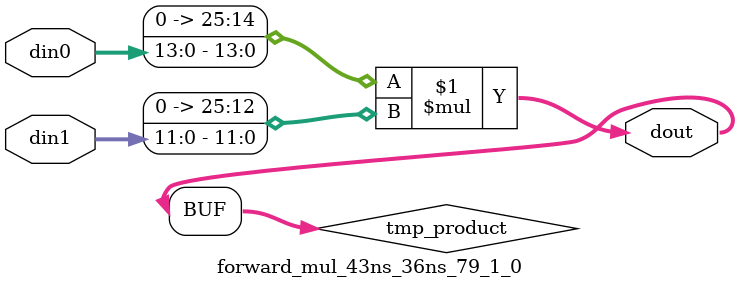
<source format=v>

`timescale 1 ns / 1 ps

 module forward_mul_43ns_36ns_79_1_0(din0, din1, dout);
parameter ID = 1;
parameter NUM_STAGE = 0;
parameter din0_WIDTH = 14;
parameter din1_WIDTH = 12;
parameter dout_WIDTH = 26;

input [din0_WIDTH - 1 : 0] din0; 
input [din1_WIDTH - 1 : 0] din1; 
output [dout_WIDTH - 1 : 0] dout;

wire signed [dout_WIDTH - 1 : 0] tmp_product;
























assign tmp_product = $signed({1'b0, din0}) * $signed({1'b0, din1});











assign dout = tmp_product;





















endmodule

</source>
